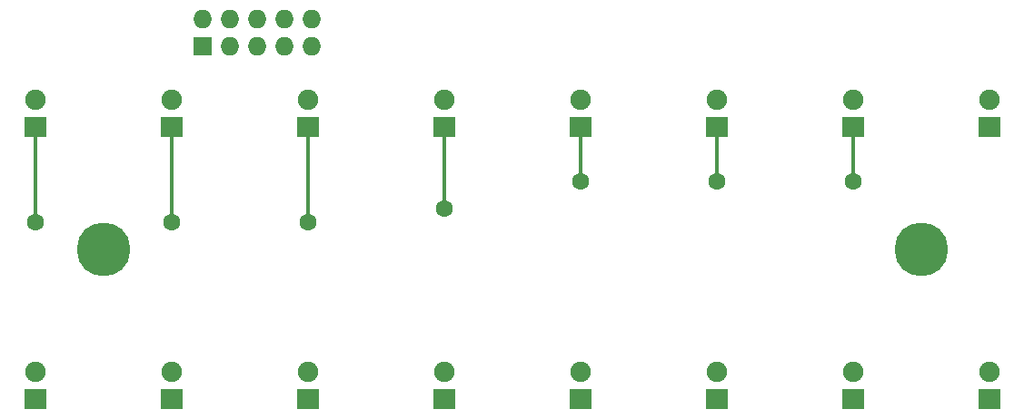
<source format=gbr>
G04 #@! TF.FileFunction,Copper,L1,Top,Signal*
%FSLAX46Y46*%
G04 Gerber Fmt 4.6, Leading zero omitted, Abs format (unit mm)*
G04 Created by KiCad (PCBNEW 4.0.2-stable) date Thursday, 11 August 2016 'amt' 11:02:25*
%MOMM*%
G01*
G04 APERTURE LIST*
%ADD10C,0.100000*%
%ADD11R,1.727200X1.727200*%
%ADD12O,1.727200X1.727200*%
%ADD13R,2.000000X1.900000*%
%ADD14C,1.900000*%
%ADD15C,5.000000*%
%ADD16C,1.600000*%
%ADD17C,0.300000*%
G04 APERTURE END LIST*
D10*
D11*
X66421000Y-56007000D03*
D12*
X66421000Y-53467000D03*
X68961000Y-56007000D03*
X68961000Y-53467000D03*
X71501000Y-56007000D03*
X71501000Y-53467000D03*
X74041000Y-56007000D03*
X74041000Y-53467000D03*
X76581000Y-56007000D03*
X76581000Y-53467000D03*
D13*
X50800000Y-63500000D03*
D14*
X50800000Y-60960000D03*
D13*
X63500000Y-63500000D03*
D14*
X63500000Y-60960000D03*
D13*
X76200000Y-63500000D03*
D14*
X76200000Y-60960000D03*
D13*
X88900000Y-63500000D03*
D14*
X88900000Y-60960000D03*
D13*
X101600000Y-63500000D03*
D14*
X101600000Y-60960000D03*
D13*
X114300000Y-63500000D03*
D14*
X114300000Y-60960000D03*
D13*
X127000000Y-63500000D03*
D14*
X127000000Y-60960000D03*
D13*
X139700000Y-63500000D03*
D14*
X139700000Y-60960000D03*
D13*
X50800000Y-88900000D03*
D14*
X50800000Y-86360000D03*
D13*
X63500000Y-88900000D03*
D14*
X63500000Y-86360000D03*
D13*
X76200000Y-88900000D03*
D14*
X76200000Y-86360000D03*
D13*
X88900000Y-88900000D03*
D14*
X88900000Y-86360000D03*
D13*
X101600000Y-88900000D03*
D14*
X101600000Y-86360000D03*
D13*
X114300000Y-88900000D03*
D14*
X114300000Y-86360000D03*
D13*
X127000000Y-88900000D03*
D14*
X127000000Y-86360000D03*
D13*
X139700000Y-88900000D03*
D14*
X139700000Y-86360000D03*
D15*
X133350000Y-74930000D03*
X57150000Y-74930000D03*
D16*
X127000000Y-68580000D03*
X114300000Y-68580000D03*
X101600000Y-68580000D03*
X88900000Y-71120000D03*
X76200000Y-72390004D03*
X63500000Y-72390004D03*
X50800000Y-72390004D03*
D17*
X127000000Y-63500000D02*
X127000000Y-68580000D01*
X114300000Y-63500000D02*
X114300000Y-68580000D01*
X101600000Y-63500000D02*
X101600000Y-68580000D01*
X88900000Y-63500000D02*
X88900000Y-71120000D01*
X76200000Y-63500000D02*
X76200000Y-72390004D01*
X63500000Y-63500000D02*
X63500000Y-72390004D01*
X50800000Y-63500000D02*
X50800000Y-72390004D01*
M02*

</source>
